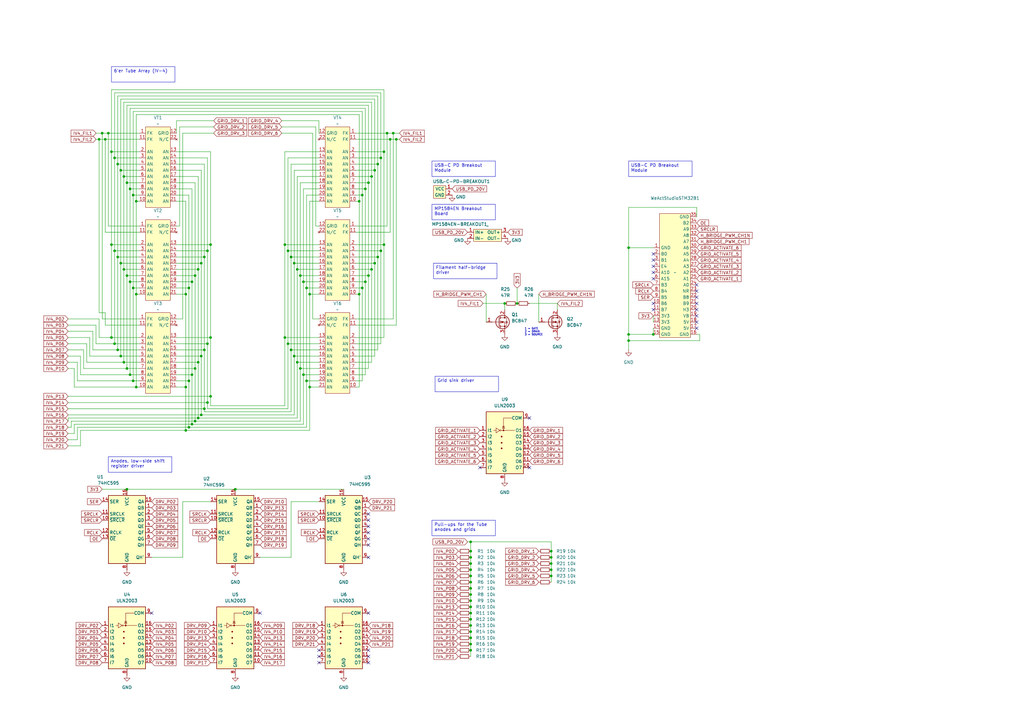
<source format=kicad_sch>
(kicad_sch (version 20250114) (generator "eeschema") (generator_version "9.0")
  (paper "A3")
  (text "1 = GATE\n2 = DRAIN\n3 = SOURCE" (at 215.138 136.144 0) (effects (font (size 0.762 0.762)) (justify left)))
  (text_box "Anodes, low-side shift register driver" (at 44.45 187.325 0) (size 26.035 6.35) (margins 0.9525 0.9525 0.9525 0.9525) (effects (font (size 1.27 1.27)) (justify left top)))
  (text_box "Grid sink driver" (at 178.435 154.305 0) (size 26.035 6.35) (margins 0.9525 0.9525 0.9525 0.9525) (effects (font (size 1.27 1.27)) (justify left top)))
  (text_box "Filament half-bridge driver" (at 177.8 107.95 0) (size 26.035 6.35) (margins 0.9525 0.9525 0.9525 0.9525) (effects (font (size 1.27 1.27)) (justify left top)))
  (text_box "MP1584EN Breakout Board" (at 177.165 83.82 0) (size 26.035 6.35) (margins 0.9525 0.9525 0.9525 0.9525) (effects (font (size 1.27 1.27)) (justify left top)))
  (text_box "USB-C PD Breakout Module" (at 257.81 66.04 0) (size 26.035 6.35) (margins 0.9525 0.9525 0.9525 0.9525) (effects (font (size 1.27 1.27)) (justify left top)))
  (text_box "Pull-ups for the Tube anodes and grids" (at 177.165 213.36 0) (size 26.035 6.35) (margins 0.9525 0.9525 0.9525 0.9525) (effects (font (size 1.27 1.27)) (justify left top)))
  (text_box "6'er Tube Array (IV-4)" (at 45.72 27.305 0) (size 26.035 6.35) (margins 0.9525 0.9525 0.9525 0.9525) (effects (font (size 1.27 1.27)) (justify left top)))
  (text_box "USB-C PD Breakout Module" (at 177.165 66.04 0) (size 26.035 6.35) (margins 0.9525 0.9525 0.9525 0.9525) (effects (font (size 1.27 1.27)) (justify left top)))
  (junction (at 52.07 151.13))
  (junction (at 54.61 80.01))
  (junction (at 153.67 69.85))
  (junction (at 77.47 118.11))
  (junction (at 55.88 82.55))
  (junction (at 226.06 228.6))
  (junction (at 156.21 64.77))
  (junction (at 85.09 140.97))
  (junction (at 48.26 143.51))
  (junction (at 127 158.75))
  (junction (at 52.07 200.66))
  (junction (at 83.82 167.64))
  (junction (at 207.01 124.46))
  (junction (at 45.72 62.23))
  (junction (at 193.04 259.08))
  (junction (at 153.67 107.95))
  (junction (at 118.11 140.97))
  (junction (at 83.82 105.41))
  (junction (at 120.65 107.95))
  (junction (at 212.09 124.46))
  (junction (at 116.84 138.43))
  (junction (at 123.19 113.03))
  (junction (at 158.75 54.61))
  (junction (at 147.32 120.65))
  (junction (at 193.04 222.25))
  (junction (at 118.11 102.87))
  (junction (at 267.97 137.16))
  (junction (at 40.64 57.15))
  (junction (at 152.4 110.49))
  (junction (at 193.04 226.06))
  (junction (at 76.2 176.53))
  (junction (at 193.04 236.22))
  (junction (at 83.82 143.51))
  (junction (at 54.61 156.21))
  (junction (at 48.26 105.41))
  (junction (at 78.74 115.57))
  (junction (at 86.36 138.43))
  (junction (at 152.4 72.39))
  (junction (at 193.04 246.38))
  (junction (at 193.04 266.7))
  (junction (at 82.55 170.18))
  (junction (at 125.73 118.11))
  (junction (at 226.06 233.68))
  (junction (at 147.32 82.55))
  (junction (at 148.59 80.01))
  (junction (at 149.86 115.57))
  (junction (at 193.04 261.62))
  (junction (at 85.09 165.1))
  (junction (at 55.88 120.65))
  (junction (at 154.94 105.41))
  (junction (at 50.8 110.49))
  (junction (at 149.86 77.47))
  (junction (at 52.07 113.03))
  (junction (at 55.88 158.75))
  (junction (at 193.04 254))
  (junction (at 78.74 173.99))
  (junction (at 257.81 139.7))
  (junction (at 124.46 115.57))
  (junction (at 53.34 153.67))
  (junction (at 86.36 162.56))
  (junction (at 46.99 140.97))
  (junction (at 80.01 172.72))
  (junction (at 82.55 146.05))
  (junction (at 81.28 110.49))
  (junction (at 45.72 100.33))
  (junction (at 119.38 105.41))
  (junction (at 257.81 101.6))
  (junction (at 82.55 107.95))
  (junction (at 50.8 72.39))
  (junction (at 161.29 54.61))
  (junction (at 81.28 148.59))
  (junction (at 53.34 115.57))
  (junction (at 86.36 100.33))
  (junction (at 156.21 102.87))
  (junction (at 85.09 102.87))
  (junction (at 151.13 113.03))
  (junction (at 125.73 156.21))
  (junction (at 81.28 171.45))
  (junction (at 76.2 120.65))
  (junction (at 151.13 74.93))
  (junction (at 193.04 231.14))
  (junction (at 80.01 113.03))
  (junction (at 119.38 143.51))
  (junction (at 53.34 77.47))
  (junction (at 49.53 146.05))
  (junction (at 54.61 118.11))
  (junction (at 45.72 138.43))
  (junction (at 193.04 233.68))
  (junction (at 226.06 231.14))
  (junction (at 121.92 110.49))
  (junction (at 127 120.65))
  (junction (at 226.06 226.06))
  (junction (at 162.56 57.15))
  (junction (at 48.26 67.31))
  (junction (at 193.04 256.54))
  (junction (at 120.65 146.05))
  (junction (at 160.02 57.15))
  (junction (at 80.01 151.13))
  (junction (at 124.46 153.67))
  (junction (at 121.92 148.59))
  (junction (at 148.59 118.11))
  (junction (at 157.48 62.23))
  (junction (at 46.99 102.87))
  (junction (at 49.53 107.95))
  (junction (at 193.04 241.3))
  (junction (at 193.04 238.76))
  (junction (at 157.48 100.33))
  (junction (at 76.2 158.75))
  (junction (at 41.91 54.61))
  (junction (at 193.04 264.16))
  (junction (at 193.04 248.92))
  (junction (at 96.52 200.66))
  (junction (at 193.04 228.6))
  (junction (at 123.19 151.13))
  (junction (at 44.45 54.61))
  (junction (at 257.81 137.16))
  (junction (at 116.84 100.33))
  (junction (at 43.18 57.15))
  (junction (at 226.06 236.22))
  (junction (at 77.47 175.26))
  (junction (at 193.04 243.84))
  (junction (at 77.47 156.21))
  (junction (at 49.53 69.85))
  (junction (at 50.8 148.59))
  (junction (at 52.07 74.93))
  (junction (at 78.74 153.67))
  (junction (at 193.04 251.46))
  (junction (at 46.99 64.77))
  (junction (at 154.94 67.31))
  (no_connect (at 151.13 220.98))
  (no_connect (at 151.13 266.7))
  (no_connect (at 130.81 266.7))
  (no_connect (at 267.97 106.68))
  (no_connect (at 151.13 210.82))
  (no_connect (at 151.13 223.52))
  (no_connect (at 196.85 191.77))
  (no_connect (at 62.23 251.46))
  (no_connect (at 285.75 132.08))
  (no_connect (at 285.75 129.54))
  (no_connect (at 267.97 109.22))
  (no_connect (at 217.17 171.45))
  (no_connect (at 285.75 127))
  (no_connect (at 151.13 271.78))
  (no_connect (at 151.13 228.6))
  (no_connect (at 285.75 116.84))
  (no_connect (at 285.75 119.38))
  (no_connect (at 285.75 134.62))
  (no_connect (at 267.97 114.3))
  (no_connect (at 151.13 218.44))
  (no_connect (at 267.97 124.46))
  (no_connect (at 151.13 213.36))
  (no_connect (at 130.81 271.78))
  (no_connect (at 267.97 111.76))
  (no_connect (at 285.75 121.92))
  (no_connect (at 151.13 251.46))
  (no_connect (at 267.97 127))
  (no_connect (at 106.68 251.46))
  (no_connect (at 217.17 191.77))
  (no_connect (at 267.97 104.14))
  (no_connect (at 151.13 215.9))
  (no_connect (at 130.81 269.24))
  (no_connect (at 285.75 124.46))
  (no_connect (at 151.13 269.24))
  (wire (pts (xy 34.29 151.13) (xy 52.07 151.13)))
  (wire (pts (xy 287.02 137.16) (xy 287.02 139.7)))
  (wire (pts (xy 30.48 158.75) (xy 55.88 158.75)))
  (wire (pts (xy 43.18 95.25) (xy 43.18 57.15)))
  (wire (pts (xy 146.05 54.61) (xy 158.75 54.61)))
  (wire (pts (xy 121.92 72.39) (xy 121.92 110.49)))
  (wire (pts (xy 193.04 243.84) (xy 193.04 241.3)))
  (wire (pts (xy 130.81 74.93) (xy 123.19 74.93)))
  (wire (pts (xy 124.46 115.57) (xy 124.46 153.67)))
  (wire (pts (xy 157.48 100.33) (xy 146.05 100.33)))
  (wire (pts (xy 46.99 102.87) (xy 57.15 102.87)))
  (wire (pts (xy 74.93 205.74) (xy 86.36 205.74)))
  (wire (pts (xy 54.61 156.21) (xy 57.15 156.21)))
  (wire (pts (xy 257.81 139.7) (xy 257.81 137.16)))
  (wire (pts (xy 220.98 120.65) (xy 220.98 132.08)))
  (wire (pts (xy 31.75 156.21) (xy 54.61 156.21)))
  (wire (pts (xy 43.18 57.15) (xy 57.15 57.15)))
  (wire (pts (xy 39.37 133.35) (xy 39.37 140.97)))
  (wire (pts (xy 43.18 133.35) (xy 43.18 128.27)))
  (wire (pts (xy 50.8 41.91) (xy 152.4 41.91)))
  (wire (pts (xy 116.84 100.33) (xy 116.84 62.23)))
  (wire (pts (xy 82.55 107.95) (xy 82.55 146.05)))
  (wire (pts (xy 118.11 140.97) (xy 118.11 102.87)))
  (wire (pts (xy 267.97 134.62) (xy 267.97 137.16)))
  (wire (pts (xy 52.07 43.18) (xy 151.13 43.18)))
  (wire (pts (xy 198.12 124.46) (xy 207.01 124.46)))
  (wire (pts (xy 81.28 148.59) (xy 81.28 171.45)))
  (wire (pts (xy 52.07 200.66) (xy 96.52 200.66)))
  (wire (pts (xy 48.26 143.51) (xy 57.15 143.51)))
  (wire (pts (xy 226.06 226.06) (xy 226.06 222.25)))
  (wire (pts (xy 27.94 165.1) (xy 85.09 165.1)))
  (wire (pts (xy 119.38 143.51) (xy 130.81 143.51)))
  (wire (pts (xy 72.39 105.41) (xy 83.82 105.41)))
  (wire (pts (xy 161.29 130.81) (xy 161.29 54.61)))
  (wire (pts (xy 118.11 140.97) (xy 130.81 140.97)))
  (wire (pts (xy 72.39 69.85) (xy 82.55 69.85)))
  (wire (pts (xy 72.39 64.77) (xy 85.09 64.77)))
  (wire (pts (xy 125.73 156.21) (xy 125.73 175.26)))
  (wire (pts (xy 57.15 92.71) (xy 44.45 92.71)))
  (wire (pts (xy 57.15 115.57) (xy 53.34 115.57)))
  (wire (pts (xy 34.29 143.51) (xy 34.29 151.13)))
  (wire (pts (xy 27.94 170.18) (xy 82.55 170.18)))
  (wire (pts (xy 157.48 62.23) (xy 157.48 100.33)))
  (wire (pts (xy 46.99 64.77) (xy 46.99 102.87)))
  (wire (pts (xy 152.4 110.49) (xy 152.4 148.59)))
  (wire (pts (xy 41.91 130.81) (xy 41.91 54.61)))
  (wire (pts (xy 121.92 110.49) (xy 130.81 110.49)))
  (wire (pts (xy 151.13 43.18) (xy 151.13 74.93)))
  (wire (pts (xy 267.97 129.54) (xy 267.97 132.08)))
  (wire (pts (xy 285.75 137.16) (xy 287.02 137.16)))
  (wire (pts (xy 193.04 269.24) (xy 193.04 266.7)))
  (wire (pts (xy 57.15 140.97) (xy 46.99 140.97)))
  (wire (pts (xy 124.46 153.67) (xy 130.81 153.67)))
  (wire (pts (xy 125.73 118.11) (xy 130.81 118.11)))
  (wire (pts (xy 149.86 153.67) (xy 146.05 153.67)))
  (wire (pts (xy 77.47 175.26) (xy 125.73 175.26)))
  (wire (pts (xy 156.21 38.1) (xy 156.21 64.77)))
  (wire (pts (xy 158.75 92.71) (xy 158.75 54.61)))
  (wire (pts (xy 78.74 173.99) (xy 124.46 173.99)))
  (wire (pts (xy 115.57 52.07) (xy 129.54 52.07)))
  (wire (pts (xy 27.94 175.26) (xy 29.21 175.26)))
  (wire (pts (xy 147.32 82.55) (xy 147.32 120.65)))
  (wire (pts (xy 119.38 105.41) (xy 130.81 105.41)))
  (wire (pts (xy 154.94 105.41) (xy 146.05 105.41)))
  (wire (pts (xy 81.28 148.59) (xy 72.39 148.59)))
  (wire (pts (xy 53.34 44.45) (xy 149.86 44.45)))
  (wire (pts (xy 85.09 102.87) (xy 85.09 140.97)))
  (wire (pts (xy 48.26 105.41) (xy 48.26 143.51)))
  (wire (pts (xy 76.2 176.53) (xy 33.02 176.53)))
  (wire (pts (xy 160.02 95.25) (xy 160.02 57.15)))
  (wire (pts (xy 124.46 115.57) (xy 130.81 115.57)))
  (wire (pts (xy 130.81 77.47) (xy 124.46 77.47)))
  (wire (pts (xy 123.19 151.13) (xy 130.81 151.13)))
  (wire (pts (xy 27.94 133.35) (xy 39.37 133.35)))
  (wire (pts (xy 125.73 156.21) (xy 130.81 156.21)))
  (wire (pts (xy 62.23 228.6) (xy 74.93 228.6)))
  (wire (pts (xy 36.83 146.05) (xy 49.53 146.05)))
  (wire (pts (xy 74.93 54.61) (xy 74.93 130.81)))
  (wire (pts (xy 193.04 248.92) (xy 193.04 246.38)))
  (wire (pts (xy 80.01 172.72) (xy 123.19 172.72)))
  (wire (pts (xy 152.4 72.39) (xy 152.4 110.49)))
  (wire (pts (xy 55.88 120.65) (xy 55.88 158.75)))
  (wire (pts (xy 116.84 138.43) (xy 116.84 166.37)))
  (wire (pts (xy 157.48 36.83) (xy 157.48 62.23)))
  (wire (pts (xy 148.59 118.11) (xy 148.59 156.21)))
  (wire (pts (xy 57.15 158.75) (xy 55.88 158.75)))
  (wire (pts (xy 82.55 146.05) (xy 82.55 170.18)))
  (wire (pts (xy 127 120.65) (xy 130.81 120.65)))
  (wire (pts (xy 78.74 153.67) (xy 78.74 173.99)))
  (wire (pts (xy 48.26 39.37) (xy 48.26 67.31)))
  (wire (pts (xy 27.94 143.51) (xy 34.29 143.51)))
  (wire (pts (xy 85.09 140.97) (xy 72.39 140.97)))
  (wire (pts (xy 193.04 256.54) (xy 193.04 254)))
  (wire (pts (xy 125.73 80.01) (xy 125.73 118.11)))
  (wire (pts (xy 33.02 153.67) (xy 53.34 153.67)))
  (wire (pts (xy 27.94 138.43) (xy 36.83 138.43)))
  (wire (pts (xy 76.2 120.65) (xy 76.2 158.75)))
  (wire (pts (xy 83.82 168.91) (xy 119.38 168.91)))
  (wire (pts (xy 156.21 140.97) (xy 146.05 140.97)))
  (wire (pts (xy 193.04 259.08) (xy 193.04 256.54)))
  (wire (pts (xy 153.67 40.64) (xy 153.67 69.85)))
  (wire (pts (xy 86.36 100.33) (xy 72.39 100.33)))
  (wire (pts (xy 226.06 236.22) (xy 226.06 233.68)))
  (wire (pts (xy 39.37 140.97) (xy 46.99 140.97)))
  (wire (pts (xy 127 120.65) (xy 127 158.75)))
  (wire (pts (xy 72.39 115.57) (xy 78.74 115.57)))
  (wire (pts (xy 72.39 158.75) (xy 76.2 158.75)))
  (wire (pts (xy 152.4 110.49) (xy 146.05 110.49)))
  (wire (pts (xy 285.75 88.9) (xy 285.75 85.09)))
  (wire (pts (xy 27.94 167.64) (xy 83.82 167.64)))
  (wire (pts (xy 48.26 105.41) (xy 48.26 67.31)))
  (wire (pts (xy 118.11 64.77) (xy 130.81 64.77)))
  (wire (pts (xy 119.38 67.31) (xy 130.81 67.31)))
  (wire (pts (xy 72.39 82.55) (xy 76.2 82.55)))
  (wire (pts (xy 154.94 67.31) (xy 146.05 67.31)))
  (wire (pts (xy 123.19 74.93) (xy 123.19 113.03)))
  (wire (pts (xy 86.36 162.56) (xy 86.36 166.37)))
  (wire (pts (xy 49.53 40.64) (xy 49.53 69.85)))
  (wire (pts (xy 85.09 167.64) (xy 118.11 167.64)))
  (wire (pts (xy 76.2 82.55) (xy 76.2 120.65)))
  (wire (pts (xy 154.94 39.37) (xy 154.94 67.31)))
  (wire (pts (xy 193.04 236.22) (xy 193.04 233.68)))
  (wire (pts (xy 193.04 266.7) (xy 193.04 264.16)))
  (wire (pts (xy 81.28 171.45) (xy 27.94 171.45)))
  (wire (pts (xy 226.06 231.14) (xy 226.06 228.6)))
  (wire (pts (xy 55.88 46.99) (xy 55.88 82.55)))
  (wire (pts (xy 147.32 120.65) (xy 146.05 120.65)))
  (wire (pts (xy 115.57 49.53) (xy 130.81 49.53)))
  (wire (pts (xy 120.65 146.05) (xy 120.65 170.18)))
  (wire (pts (xy 27.94 180.34) (xy 31.75 180.34)))
  (wire (pts (xy 27.94 151.13) (xy 30.48 151.13)))
  (wire (pts (xy 130.81 158.75) (xy 127 158.75)))
  (wire (pts (xy 149.86 77.47) (xy 149.86 44.45)))
  (wire (pts (xy 116.84 62.23) (xy 130.81 62.23)))
  (wire (pts (xy 193.04 233.68) (xy 193.04 231.14)))
  (wire (pts (xy 72.39 102.87) (xy 85.09 102.87)))
  (wire (pts (xy 43.18 128.27) (xy 40.64 128.27)))
  (wire (pts (xy 83.82 143.51) (xy 83.82 167.64)))
  (wire (pts (xy 193.04 238.76) (xy 193.04 236.22)))
  (wire (pts (xy 106.68 228.6) (xy 119.38 228.6)))
  (wire (pts (xy 27.94 148.59) (xy 31.75 148.59)))
  (wire (pts (xy 148.59 118.11) (xy 146.05 118.11)))
  (wire (pts (xy 49.53 107.95) (xy 49.53 146.05)))
  (wire (pts (xy 87.63 52.07) (xy 73.66 52.07)))
  (wire (pts (xy 119.38 143.51) (xy 119.38 168.91)))
  (wire (pts (xy 207.01 124.46) (xy 207.01 127)))
  (wire (pts (xy 121.92 148.59) (xy 130.81 148.59)))
  (wire (pts (xy 46.99 38.1) (xy 46.99 64.77)))
  (wire (pts (xy 146.05 77.47) (xy 149.86 77.47)))
  (wire (pts (xy 160.02 57.15) (xy 162.56 57.15)))
  (wire (pts (xy 285.75 85.09) (xy 257.81 85.09)))
  (wire (pts (xy 80.01 113.03) (xy 80.01 151.13)))
  (wire (pts (xy 73.66 52.07) (xy 73.66 92.71)))
  (wire (pts (xy 52.07 74.93) (xy 57.15 74.93)))
  (wire (pts (xy 257.81 139.7) (xy 287.02 139.7)))
  (wire (pts (xy 191.77 222.25) (xy 193.04 222.25)))
  (wire (pts (xy 83.82 67.31) (xy 83.82 105.41)))
  (wire (pts (xy 86.36 138.43) (xy 86.36 162.56)))
  (wire (pts (xy 127 82.55) (xy 130.81 82.55)))
  (wire (pts (xy 40.64 130.81) (xy 40.64 138.43)))
  (wire (pts (xy 49.53 69.85) (xy 49.53 107.95)))
  (wire (pts (xy 127 120.65) (xy 127 82.55)))
  (wire (pts (xy 199.39 120.65) (xy 199.39 132.08)))
  (wire (pts (xy 128.27 130.81) (xy 130.81 130.81)))
  (wire (pts (xy 129.54 92.71) (xy 130.81 92.71)))
  (wire (pts (xy 57.15 105.41) (xy 48.26 105.41)))
  (wire (pts (xy 33.02 146.05) (xy 33.02 153.67)))
  (wire (pts (xy 33.02 176.53) (xy 33.02 182.88)))
  (wire (pts (xy 124.46 153.67) (xy 124.46 173.99)))
  (wire (pts (xy 53.34 115.57) (xy 53.34 77.47)))
  (wire (pts (xy 153.67 107.95) (xy 146.05 107.95)))
  (wire (pts (xy 57.15 67.31) (xy 48.26 67.31)))
  (wire (pts (xy 78.74 173.99) (xy 30.48 173.99)))
  (wire (pts (xy 120.65 107.95) (xy 130.81 107.95)))
  (wire (pts (xy 72.39 62.23) (xy 86.36 62.23)))
  (wire (pts (xy 40.64 138.43) (xy 45.72 138.43)))
  (wire (pts (xy 119.38 143.51) (xy 119.38 105.41)))
  (wire (pts (xy 226.06 228.6) (xy 226.06 226.06)))
  (wire (pts (xy 77.47 118.11) (xy 77.47 156.21)))
  (wire (pts (xy 50.8 110.49) (xy 50.8 148.59)))
  (wire (pts (xy 45.72 100.33) (xy 45.72 138.43)))
  (wire (pts (xy 55.88 120.65) (xy 57.15 120.65)))
  (wire (pts (xy 35.56 140.97) (xy 35.56 148.59)))
  (wire (pts (xy 45.72 62.23) (xy 45.72 100.33)))
  (wire (pts (xy 118.11 102.87) (xy 130.81 102.87)))
  (wire (pts (xy 120.65 146.05) (xy 120.65 107.95)))
  (wire (pts (xy 54.61 45.72) (xy 148.59 45.72)))
  (wire (pts (xy 162.56 57.15) (xy 163.83 57.15)))
  (wire (pts (xy 57.15 64.77) (xy 46.99 64.77)))
  (wire (pts (xy 193.04 226.06) (xy 193.04 222.25)))
  (wire (pts (xy 158.75 54.61) (xy 161.29 54.61)))
  (wire (pts (xy 38.1 135.89) (xy 38.1 143.51)))
  (wire (pts (xy 27.94 135.89) (xy 38.1 135.89)))
  (wire (pts (xy 73.66 92.71) (xy 72.39 92.71)))
  (wire (pts (xy 87.63 49.53) (xy 72.39 49.53)))
  (wire (pts (xy 123.19 113.03) (xy 123.19 151.13)))
  (wire (pts (xy 119.38 205.74) (xy 130.81 205.74)))
  (wire (pts (xy 78.74 153.67) (xy 72.39 153.67)))
  (wire (pts (xy 29.21 175.26) (xy 29.21 172.72)))
  (wire (pts (xy 81.28 110.49) (xy 81.28 148.59)))
  (wire (pts (xy 80.01 74.93) (xy 80.01 113.03)))
  (wire (pts (xy 86.36 100.33) (xy 86.36 138.43)))
  (wire (pts (xy 72.39 49.53) (xy 72.39 54.61)))
  (wire (pts (xy 29.21 172.72) (xy 80.01 172.72)))
  (wire (pts (xy 226.06 238.76) (xy 226.06 236.22)))
  (wire (pts (xy 76.2 158.75) (xy 76.2 176.53)))
  (wire (pts (xy 72.39 138.43) (xy 86.36 138.43)))
  (wire (pts (xy 153.67 69.85) (xy 153.67 107.95)))
  (wire (pts (xy 41.91 200.66) (xy 52.07 200.66)))
  (wire (pts (xy 44.45 54.61) (xy 57.15 54.61)))
  (wire (pts (xy 55.88 82.55) (xy 55.88 120.65)))
  (wire (pts (xy 45.72 100.33) (xy 57.15 100.33)))
  (wire (pts (xy 72.39 67.31) (xy 83.82 67.31)))
  (wire (pts (xy 77.47 80.01) (xy 77.47 118.11)))
  (wire (pts (xy 193.04 261.62) (xy 193.04 259.08)))
  (wire (pts (xy 120.65 146.05) (xy 130.81 146.05)))
  (wire (pts (xy 40.64 57.15) (xy 43.18 57.15)))
  (wire (pts (xy 54.61 45.72) (xy 54.61 80.01)))
  (wire (pts (xy 83.82 167.64) (xy 83.82 168.91)))
  (wire (pts (xy 257.81 101.6) (xy 267.97 101.6)))
  (wire (pts (xy 151.13 113.03) (xy 146.05 113.03)))
  (wire (pts (xy 130.81 80.01) (xy 125.73 80.01)))
  (wire (pts (xy 78.74 115.57) (xy 78.74 153.67)))
  (wire (pts (xy 146.05 80.01) (xy 148.59 80.01)))
  (wire (pts (xy 153.67 69.85) (xy 146.05 69.85)))
  (wire (pts (xy 57.15 107.95) (xy 49.53 107.95)))
  (wire (pts (xy 162.56 133.35) (xy 162.56 57.15)))
  (wire (pts (xy 257.81 85.09) (xy 257.81 101.6)))
  (wire (pts (xy 46.99 38.1) (xy 156.21 38.1)))
  (wire (pts (xy 193.04 264.16) (xy 193.04 261.62)))
  (wire (pts (xy 149.86 77.47) (xy 149.86 115.57)))
  (wire (pts (xy 153.67 107.95) (xy 153.67 146.05)))
  (wire (pts (xy 46.99 102.87) (xy 46.99 140.97)))
  (wire (pts (xy 121.92 110.49) (xy 121.92 148.59)))
  (wire (pts (xy 149.86 115.57) (xy 149.86 153.67)))
  (wire (pts (xy 50.8 148.59) (xy 57.15 148.59)))
  (wire (pts (xy 156.21 64.77) (xy 156.21 102.87)))
  (wire (pts (xy 27.94 182.88) (xy 33.02 182.88)))
  (wire (pts (xy 83.82 143.51) (xy 72.39 143.51)))
  (wire (pts (xy 193.04 228.6) (xy 193.04 226.06)))
  (wire (pts (xy 72.39 113.03) (xy 80.01 113.03)))
  (wire (pts (xy 77.47 156.21) (xy 72.39 156.21)))
  (wire (pts (xy 151.13 151.13) (xy 146.05 151.13)))
  (wire (pts (xy 53.34 153.67) (xy 57.15 153.67)))
  (wire (pts (xy 50.8 41.91) (xy 50.8 72.39)))
  (wire (pts (xy 154.94 67.31) (xy 154.94 105.41)))
  (wire (pts (xy 81.28 110.49) (xy 72.39 110.49)))
  (wire (pts (xy 130.81 49.53) (xy 130.81 54.61)))
  (wire (pts (xy 44.45 54.61) (xy 44.45 92.71)))
  (wire (pts (xy 193.04 222.25) (xy 226.06 222.25)))
  (wire (pts (xy 52.07 151.13) (xy 57.15 151.13)))
  (wire (pts (xy 154.94 143.51) (xy 146.05 143.51)))
  (wire (pts (xy 127 158.75) (xy 127 176.53)))
  (wire (pts (xy 72.39 77.47) (xy 78.74 77.47)))
  (wire (pts (xy 116.84 138.43) (xy 116.84 100.33)))
  (wire (pts (xy 76.2 176.53) (xy 127 176.53)))
  (wire (pts (xy 146.05 95.25) (xy 160.02 95.25)))
  (wire (pts (xy 226.06 233.68) (xy 226.06 231.14)))
  (wire (pts (xy 193.04 231.14) (xy 193.04 228.6)))
  (wire (pts (xy 57.15 62.23) (xy 45.72 62.23)))
  (wire (pts (xy 57.15 95.25) (xy 43.18 95.25)))
  (wire (pts (xy 54.61 118.11) (xy 54.61 156.21)))
  (wire (pts (xy 31.75 180.34) (xy 31.75 175.26)))
  (wire (pts (xy 130.81 72.39) (xy 121.92 72.39)))
  (wire (pts (xy 161.29 54.61) (xy 163.83 54.61)))
  (wire (pts (xy 152.4 41.91) (xy 152.4 72.39)))
  (wire (pts (xy 123.19 113.03) (xy 130.81 113.03)))
  (wire (pts (xy 74.93 228.6) (xy 74.93 205.74)))
  (wire (pts (xy 53.34 44.45) (xy 53.34 77.47)))
  (wire (pts (xy 147.32 120.65) (xy 147.32 158.75)))
  (wire (pts (xy 52.07 113.03) (xy 57.15 113.03)))
  (wire (pts (xy 36.83 138.43) (xy 36.83 146.05)))
  (wire (pts (xy 154.94 105.41) (xy 154.94 143.51)))
  (wire (pts (xy 157.48 138.43) (xy 146.05 138.43)))
  (wire (pts (xy 85.09 140.97) (xy 85.09 165.1)))
  (wire (pts (xy 85.09 64.77) (xy 85.09 102.87)))
  (wire (pts (xy 153.67 146.05) (xy 146.05 146.05)))
  (wire (pts (xy 129.54 52.07) (xy 129.54 92.71)))
  (wire (pts (xy 77.47 156.21) (xy 77.47 175.26)))
  (wire (pts (xy 57.15 82.55) (xy 55.88 82.55)))
  (wire (pts (xy 125.73 118.11) (xy 125.73 156.21)))
  (wire (pts (xy 50.8 72.39) (xy 50.8 110.49)))
  (wire (pts (xy 157.48 100.33) (xy 157.48 138.43)))
  (wire (pts (xy 81.28 171.45) (xy 121.92 171.45)))
  (wire (pts (xy 72.39 74.93) (xy 80.01 74.93)))
  (wire (pts (xy 149.86 115.57) (xy 146.05 115.57)))
  (wire (pts (xy 57.15 130.81) (xy 41.91 130.81)))
  (wire (pts (xy 156.21 102.87) (xy 156.21 140.97)))
  (wire (pts (xy 147.32 46.99) (xy 147.32 82.55)))
  (wire (pts (xy 124.46 77.47) (xy 124.46 115.57)))
  (wire (pts (xy 52.07 74.93) (xy 52.07 113.03)))
  (wire (pts (xy 152.4 72.39) (xy 146.05 72.39)))
  (wire (pts (xy 35.56 148.59) (xy 50.8 148.59)))
  (wire (pts (xy 156.21 102.87) (xy 146.05 102.87)))
  (wire (pts (xy 30.48 173.99) (xy 30.48 177.8)))
  (wire (pts (xy 54.61 80.01) (xy 57.15 80.01)))
  (wire (pts (xy 193.04 254) (xy 193.04 251.46)))
  (wire (pts (xy 30.48 151.13) (xy 30.48 158.75)))
  (wire (pts (xy 54.61 80.01) (xy 54.61 118.11)))
  (wire (pts (xy 115.57 54.61) (xy 128.27 54.61)))
  (wire (pts (xy 52.07 113.03) (xy 52.07 151.13)))
  (wire (pts (xy 80.01 151.13) (xy 80.01 172.72)))
  (wire (pts (xy 27.94 140.97) (xy 35.56 140.97)))
  (wire (pts (xy 87.63 54.61) (xy 74.93 54.61)))
  (wire (pts (xy 193.04 241.3) (xy 193.04 238.76)))
  (wire (pts (xy 212.09 118.11) (xy 212.09 124.46)))
  (wire (pts (xy 72.39 80.01) (xy 77.47 80.01)))
  (wire (pts (xy 123.19 151.13) (xy 123.19 172.72)))
  (wire (pts (xy 49.53 40.64) (xy 153.67 40.64)))
  (wire (pts (xy 152.4 148.59) (xy 146.05 148.59)))
  (wire (pts (xy 156.21 64.77) (xy 146.05 64.77)))
  (wire (pts (xy 57.15 110.49) (xy 50.8 110.49)))
  (wire (pts (xy 57.15 146.05) (xy 49.53 146.05)))
  (wire (pts (xy 267.97 137.16) (xy 257.81 137.16)))
  (wire (pts (xy 57.15 133.35) (xy 43.18 133.35)))
  (wire (pts (xy 140.97 200.66) (xy 96.52 200.66)))
  (wire (pts (xy 27.94 146.05) (xy 33.02 146.05)))
  (wire (pts (xy 217.17 124.46) (xy 228.6 124.46)))
  (wire (pts (xy 116.84 138.43) (xy 130.81 138.43)))
  (wire (pts (xy 27.94 177.8) (xy 30.48 177.8)))
  (wire (pts (xy 228.6 124.46) (xy 228.6 127)))
  (wire (pts (xy 39.37 57.15) (xy 40.64 57.15)))
  (wire (pts (xy 38.1 143.51) (xy 48.26 143.51)))
  (wire (pts (xy 146.05 130.81) (xy 161.29 130.81)))
  (wire (pts (xy 120.65 69.85) (xy 130.81 69.85)))
  (wire (pts (xy 74.93 130.81) (xy 72.39 130.81)))
  (wire (pts (xy 78.74 77.47) (xy 78.74 115.57)))
  (wire (pts (xy 31.75 148.59) (xy 31.75 156.21)))
  (wire (pts (xy 27.94 162.56) (xy 86.36 162.56)))
  (wire (pts (xy 157.48 62.23) (xy 146.05 62.23)))
  (wire (pts (xy 55.88 46.99) (xy 147.32 46.99)))
  (wire (pts (xy 82.55 170.18) (xy 120.65 170.18)))
  (wire (pts (xy 76.2 120.65) (xy 72.39 120.65)))
  (wire (pts (xy 120.65 107.95) (xy 120.65 69.85)))
  (wire (pts (xy 53.34 115.57) (xy 53.34 153.67)))
  (wire (pts (xy 57.15 118.11) (xy 54.61 118.11)))
  (wire (pts (xy 80.01 151.13) (xy 72.39 151.13)))
  (wire (pts (xy 257.81 143.51) (xy 257.81 139.7)))
  (wire (pts (xy 40.64 57.15) (xy 40.64 128.27)))
  (wire (pts (xy 151.13 74.93) (xy 146.05 74.93)))
  (wire (pts (xy 83.82 105.41) (xy 83.82 143.51)))
  (wire (pts (xy 146.05 57.15) (xy 160.02 57.15)))
  (wire (pts (xy 148.59 80.01) (xy 148.59 118.11)))
  (wire (pts (xy 193.04 251.46) (xy 193.04 248.92)))
  (wire (pts (xy 86.36 62.23) (xy 86.36 100.33)))
  (wire (pts (xy 52.07 43.18) (xy 52.07 74.93)))
  (wire (pts (xy 146.05 133.35) (xy 162.56 133.35)))
  (wire (pts (xy 45.72 62.23) (xy 45.72 36.83)))
  (wire (pts (xy 45.72 138.43) (xy 57.15 138.43)))
  (wire (pts (xy 118.11 140.97) (xy 118.11 167.64)))
  (wire (pts (xy 193.04 246.38) (xy 193.04 243.84)))
  (wire (pts (xy 81.28 72.39) (xy 81.28 110.49)))
  (wire (pts (xy 45.72 36.83) (xy 157.48 36.83)))
  (wire (pts (xy 257.81 137.16) (xy 257.81 101.6)))
  (wire (pts (xy 82.55 107.95) (xy 72.39 107.95)))
  (wire (pts (xy 148.59 45.72) (xy 148.59 80.01)))
  (wire (pts (xy 82.55 146.05) (xy 72.39 146.05)))
  (wire (pts (xy 27.94 130.81) (xy 40.64 130.81)))
  (wire (pts (xy 121.92 148.59) (xy 121.92 171.45)))
  (wire (pts (xy 128.27 54.61) (xy 128.27 130.81)))
  (wire (pts (xy 41.91 54.61) (xy 44.45 54.61)))
  (wire (pts (xy 116.84 100.33) (xy 130.81 100.33)))
  (wire (pts (xy 119.38 105.41) (xy 119.38 67.31)))
  (wire (pts (xy 57.15 69.85) (xy 49.53 69.85)))
  (wire (pts (xy 72.39 118.11) (xy 77.47 118.11)))
  (wire (pts (xy 147.32 82.55) (xy 146.05 82.55)))
  (wire (pts (xy 53.34 77.47) (xy 57.15 77.47)))
  (wire (pts (xy 85.09 165.1) (xy 85.09 167.64)))
  (wire (pts (xy 72.39 72.39) (xy 81.28 72.39)))
  (wire (pts (xy 119.38 228.6) (xy 119.38 205.74)))
  (wire (pts (xy 31.75 175.26) (xy 77.47 175.26)))
  (wire (pts (xy 151.13 74.93) (xy 151.13 113.03)))
  (wire (pts (xy 27.94 171.45) (xy 27.94 172.72)))
  (wire (pts (xy 151.13 113.03) (xy 151.13 151.13)))
  (wire (pts (xy 148.59 156.21) (xy 146.05 156.21)))
  (wire (pts (xy 147.32 158.75) (xy 146.05 158.75)))
  (wire (pts (xy 57.15 72.39) (xy 50.8 72.39)))
  (wire (pts (xy 48.26 39.37) (xy 154.94 39.37)))
  (wire (pts (xy 39.37 54.61) (xy 41.91 54.61)))
  (wire (pts (xy 82.55 69.85) (xy 82.55 107.95)))
  (wire (pts (xy 146.05 92.71) (xy 158.75 92.71)))
  (wire (pts (xy 86.36 166.37) (xy 116.84 166.37)))
  (wire (pts (xy 118.11 102.87) (xy 118.11 64.77)))
  (global_label "IV4_P13" (shape input) (at 187.96 248.92 180) (property "Intersheetrefs" "${INTERSHEET_REFS}" (effects (hide yes))))
  (global_label "DRV_P15" (shape input) (at 86.36 266.7 180) (property "Intersheetrefs" "${INTERSHEET_REFS}" (effects (hide yes))))
  (global_label "IV4_P03" (shape input) (at 62.23 259.08 0) (property "Intersheetrefs" "${INTERSHEET_REFS}" (effects (hide yes))))
  (global_label "RCLK" (shape input) (at 41.91 218.44 180) (property "Intersheetrefs" "${INTERSHEET_REFS}" (effects (hide yes))))
  (global_label "IV4_P07" (shape input) (at 187.96 238.76 180) (property "Intersheetrefs" "${INTERSHEET_REFS}" (effects (hide yes))))
  (global_label "IV4_P05" (shape input) (at 27.94 138.43 180) (property "Intersheetrefs" "${INTERSHEET_REFS}" (effects (hide yes))))
  (global_label "H_BRIDGE_PWM_CH1N" (shape input) (at 220.98 120.65 0) (property "Intersheetrefs" "${INTERSHEET_REFS}" (effects (hide yes))))
  (global_label "DRV_P03" (shape input) (at 62.23 208.28 0) (property "Intersheetrefs" "${INTERSHEET_REFS}" (effects (hide yes))))
  (global_label "OE" (shape input) (at 41.91 220.98 180) (property "Intersheetrefs" "${INTERSHEET_REFS}" (effects (hide yes))))
  (global_label "IV4_P21" (shape input) (at 151.13 264.16 0) (property "Intersheetrefs" "${INTERSHEET_REFS}" (effects (hide yes))))
  (global_label "GRID_DRV_4" (shape input) (at 115.57 49.53 180) (property "Intersheetrefs" "${INTERSHEET_REFS}" (effects (hide yes))))
  (global_label "IV4_P15" (shape input) (at 106.68 266.7 0) (property "Intersheetrefs" "${INTERSHEET_REFS}" (effects (hide yes))))
  (global_label "IV4_P06" (shape input) (at 27.94 140.97 180) (property "Intersheetrefs" "${INTERSHEET_REFS}" (effects (hide yes))))
  (global_label "IV4_P10" (shape input) (at 27.94 151.13 180) (property "Intersheetrefs" "${INTERSHEET_REFS}" (effects (hide yes))))
  (global_label "RCLK" (shape input) (at 86.36 218.44 180) (property "Intersheetrefs" "${INTERSHEET_REFS}" (effects (hide yes))))
  (global_label "IV4_P21" (shape input) (at 187.96 269.24 180) (property "Intersheetrefs" "${INTERSHEET_REFS}" (effects (hide yes))))
  (global_label "H_BRIDGE_PWM_CH1" (shape input) (at 199.39 120.65 180) (property "Intersheetrefs" "${INTERSHEET_REFS}" (effects (hide yes))))
  (global_label "DRV_P21" (shape input) (at 151.13 208.28 0) (property "Intersheetrefs" "${INTERSHEET_REFS}" (effects (hide yes))))
  (global_label "GRID_ACTIVATE_3" (shape input) (at 196.85 181.61 180) (property "Intersheetrefs" "${INTERSHEET_REFS}" (effects (hide yes))))
  (global_label "IV4_P18" (shape input) (at 151.13 256.54 0) (property "Intersheetrefs" "${INTERSHEET_REFS}" (effects (hide yes))))
  (global_label "SRCLR" (shape input) (at 41.91 213.36 180) (property "Intersheetrefs" "${INTERSHEET_REFS}" (effects (hide yes))))
  (global_label "H_BRIDGE_PWM_CH1" (shape input) (at 285.75 99.06 0) (property "Intersheetrefs" "${INTERSHEET_REFS}" (effects (hide yes))))
  (global_label "IV4_P20" (shape input) (at 187.96 266.7 180) (property "Intersheetrefs" "${INTERSHEET_REFS}" (effects (hide yes))))
  (global_label "GRID_DRV_6" (shape input) (at 115.57 54.61 180) (property "Intersheetrefs" "${INTERSHEET_REFS}" (effects (hide yes))))
  (global_label "GRID_ACTIVATE_1" (shape input) (at 196.85 176.53 180) (property "Intersheetrefs" "${INTERSHEET_REFS}" (effects (hide yes))))
  (global_label "GRID_DRV_4" (shape input) (at 217.17 184.15 0) (property "Intersheetrefs" "${INTERSHEET_REFS}" (effects (hide yes))))
  (global_label "IV4_P18" (shape input) (at 27.94 175.26 180) (property "Intersheetrefs" "${INTERSHEET_REFS}" (effects (hide yes))))
  (global_label "GRID_DRV_3" (shape input) (at 217.17 181.61 0) (property "Intersheetrefs" "${INTERSHEET_REFS}" (effects (hide yes))))
  (global_label "IV4_P02" (shape input) (at 27.94 130.81 180) (property "Intersheetrefs" "${INTERSHEET_REFS}" (effects (hide yes))))
  (global_label "IV4_P13" (shape input) (at 27.94 162.56 180) (property "Intersheetrefs" "${INTERSHEET_REFS}" (effects (hide yes))))
  (global_label "IV4_P17" (shape input) (at 27.94 172.72 180) (property "Intersheetrefs" "${INTERSHEET_REFS}" (effects (hide yes))))
  (global_label "3V3" (shape input) (at 208.28 95.25 0) (property "Intersheetrefs" "${INTERSHEET_REFS}" (effects (hide yes))))
  (global_label "GRID_ACTIVATE_4" (shape input) (at 285.75 106.68 0) (property "Intersheetrefs" "${INTERSHEET_REFS}" (effects (hide yes))))
  (global_label "RCLK" (shape input) (at 267.97 119.38 180) (property "Intersheetrefs" "${INTERSHEET_REFS}" (effects (hide yes))))
  (global_label "GRID_ACTIVATE_5" (shape input) (at 285.75 104.14 0) (property "Intersheetrefs" "${INTERSHEET_REFS}" (effects (hide yes))))
  (global_label "IV4_P03" (shape input) (at 187.96 228.6 180) (property "Intersheetrefs" "${INTERSHEET_REFS}" (effects (hide yes))))
  (global_label "GRID_DRV_5" (shape input) (at 220.98 236.22 180) (property "Intersheetrefs" "${INTERSHEET_REFS}" (effects (hide yes))))
  (global_label "DRV_P09" (shape input) (at 86.36 256.54 180) (property "Intersheetrefs" "${INTERSHEET_REFS}" (effects (hide yes))))
  (global_label "IV4_P14" (shape input) (at 27.94 165.1 180) (property "Intersheetrefs" "${INTERSHEET_REFS}" (effects (hide yes))))
  (global_label "DRV_P21" (shape input) (at 130.81 264.16 180) (property "Intersheetrefs" "${INTERSHEET_REFS}" (effects (hide yes))))
  (global_label "OE" (shape input) (at 130.81 220.98 180) (property "Intersheetrefs" "${INTERSHEET_REFS}" (effects (hide yes))))
  (global_label "DRV_P17" (shape input) (at 106.68 218.44 0) (property "Intersheetrefs" "${INTERSHEET_REFS}" (effects (hide yes))))
  (global_label "3V3" (shape input) (at 41.91 200.66 180) (property "Intersheetrefs" "${INTERSHEET_REFS}" (effects (hide yes))))
  (global_label "IV4_FIL2" (shape input) (at 228.6 124.46 0) (property "Intersheetrefs" "${INTERSHEET_REFS}" (effects (hide yes))))
  (global_label "GRID_DRV_6" (shape input) (at 220.98 238.76 180) (property "Intersheetrefs" "${INTERSHEET_REFS}" (effects (hide yes))))
  (global_label "IV4_P19" (shape input) (at 151.13 259.08 0) (property "Intersheetrefs" "${INTERSHEET_REFS}" (effects (hide yes))))
  (global_label "GRID_DRV_2" (shape input) (at 87.63 52.07 0) (property "Intersheetrefs" "${INTERSHEET_REFS}" (effects (hide yes))))
  (global_label "IV4_FIL1" (shape input) (at 163.83 54.61 0) (property "Intersheetrefs" "${INTERSHEET_REFS}" (effects (hide yes))))
  (global_label "IV4_P10" (shape input) (at 106.68 259.08 0) (property "Intersheetrefs" "${INTERSHEET_REFS}" (effects (hide yes))))
  (global_label "DRV_P16" (shape input) (at 86.36 269.24 180) (property "Intersheetrefs" "${INTERSHEET_REFS}" (effects (hide yes))))
  (global_label "DRV_P04" (shape input) (at 41.91 261.62 180) (property "Intersheetrefs" "${INTERSHEET_REFS}" (effects (hide yes))))
  (global_label "GRID_DRV_1" (shape input) (at 87.63 49.53 0) (property "Intersheetrefs" "${INTERSHEET_REFS}" (effects (hide yes))))
  (global_label "DRV_P10" (shape input) (at 106.68 205.74 0) (property "Intersheetrefs" "${INTERSHEET_REFS}" (effects (hide yes))))
  (global_label "IV4_P06" (shape input) (at 187.96 236.22 180) (property "Intersheetrefs" "${INTERSHEET_REFS}" (effects (hide yes))))
  (global_label "DRV_P09" (shape input) (at 62.23 223.52 0) (property "Intersheetrefs" "${INTERSHEET_REFS}" (effects (hide yes))))
  (global_label "GRID_ACTIVATE_4" (shape input) (at 196.85 184.15 180) (property "Intersheetrefs" "${INTERSHEET_REFS}" (effects (hide yes))))
  (global_label "DRV_P07" (shape input) (at 41.91 269.24 180) (property "Intersheetrefs" "${INTERSHEET_REFS}" (effects (hide yes))))
  (global_label "GRID_DRV_5" (shape input) (at 115.57 52.07 180) (property "Intersheetrefs" "${INTERSHEET_REFS}" (effects (hide yes))))
  (global_label "SER" (shape input) (at 41.91 205.74 180) (property "Intersheetrefs" "${INTERSHEET_REFS}" (effects (hide yes))))
  (global_label "USB_PD_20V" (shape input) (at 185.42 77.47 0) (property "Intersheetrefs" "${INTERSHEET_REFS}" (effects (hide yes))))
  (global_label "DRV_P08" (shape input) (at 41.91 271.78 180) (property "Intersheetrefs" "${INTERSHEET_REFS}" (effects (hide yes))))
  (global_label "IV4_FIL2" (shape input) (at 39.37 57.15 180) (property "Intersheetrefs" "${INTERSHEET_REFS}" (effects (hide yes))))
  (global_label "IV4_P14" (shape input) (at 106.68 264.16 0) (property "Intersheetrefs" "${INTERSHEET_REFS}" (effects (hide yes))))
  (global_label "DRV_P15" (shape input) (at 106.68 213.36 0) (property "Intersheetrefs" "${INTERSHEET_REFS}" (effects (hide yes))))
  (global_label "IV4_P03" (shape input) (at 27.94 133.35 180) (property "Intersheetrefs" "${INTERSHEET_REFS}" (effects (hide yes))))
  (global_label "DRV_P05" (shape input) (at 62.23 213.36 0) (property "Intersheetrefs" "${INTERSHEET_REFS}" (effects (hide yes))))
  (global_label "IV4_P19" (shape input) (at 187.96 264.16 180) (property "Intersheetrefs" "${INTERSHEET_REFS}" (effects (hide yes))))
  (global_label "GRID_ACTIVATE_5" (shape input) (at 196.85 186.69 180) (property "Intersheetrefs" "${INTERSHEET_REFS}" (effects (hide yes))))
  (global_label "USB_PD_20V" (shape input) (at 191.77 95.25 180) (property "Intersheetrefs" "${INTERSHEET_REFS}" (effects (hide yes))))
  (global_label "IV4_P18" (shape input) (at 187.96 261.62 180) (property "Intersheetrefs" "${INTERSHEET_REFS}" (effects (hide yes))))
  (global_label "IV4_P08" (shape input) (at 62.23 271.78 0) (property "Intersheetrefs" "${INTERSHEET_REFS}" (effects (hide yes))))
  (global_label "IV4_FIL2" (shape input) (at 163.83 57.15 0) (property "Intersheetrefs" "${INTERSHEET_REFS}" (effects (hide yes))))
  (global_label "DRV_P06" (shape input) (at 62.23 215.9 0) (property "Intersheetrefs" "${INTERSHEET_REFS}" (effects (hide yes))))
  (global_label "DRV_P08" (shape input) (at 62.23 220.98 0) (property "Intersheetrefs" "${INTERSHEET_REFS}" (effects (hide yes))))
  (global_label "IV4_P04" (shape input) (at 187.96 231.14 180) (property "Intersheetrefs" "${INTERSHEET_REFS}" (effects (hide yes))))
  (global_label "DRV_P13" (shape input) (at 86.36 261.62 180) (property "Intersheetrefs" "${INTERSHEET_REFS}" (effects (hide yes))))
  (global_label "DRV_P20" (shape input) (at 130.81 261.62 180) (property "Intersheetrefs" "${INTERSHEET_REFS}" (effects (hide yes))))
  (global_label "DRV_P02" (shape input) (at 41.91 256.54 180) (property "Intersheetrefs" "${INTERSHEET_REFS}" (effects (hide yes))))
  (global_label "GRID_DRV_1" (shape input) (at 220.98 226.06 180) (property "Intersheetrefs" "${INTERSHEET_REFS}" (effects (hide yes))))
  (global_label "IV4_P20" (shape input) (at 27.94 180.34 180) (property "Intersheetrefs" "${INTERSHEET_REFS}" (effects (hide yes))))
  (global_label "SRCLR" (shape input) (at 130.81 213.36 180) (property "Intersheetrefs" "${INTERSHEET_REFS}" (effects (hide yes))))
  (global_label "GRID_ACTIVATE_3" (shape input) (at 285.75 109.22 0) (property "Intersheetrefs" "${INTERSHEET_REFS}" (effects (hide yes))))
  (global_label "DRV_P14" (shape input) (at 106.68 210.82 0) (property "Intersheetrefs" "${INTERSHEET_REFS}" (effects (hide yes))))
  (global_label "DRV_P04" (shape input) (at 62.23 210.82 0) (property "Intersheetrefs" "${INTERSHEET_REFS}" (effects (hide yes))))
  (global_label "IV4_P02" (shape input) (at 62.23 256.54 0) (property "Intersheetrefs" "${INTERSHEET_REFS}" (effects (hide yes))))
  (global_label "IV4_P04" (shape input) (at 27.94 135.89 180) (property "Intersheetrefs" "${INTERSHEET_REFS}" (effects (hide yes))))
  (global_label "DRV_P06" (shape input) (at 41.91 266.7 180) (property "Intersheetrefs" "${INTERSHEET_REFS}" (effects (hide yes))))
  (global_label "GRID_DRV_5" (shape input) (at 217.17 186.69 0) (property "Intersheetrefs" "${INTERSHEET_REFS}" (effects (hide yes))))
  (global_label "DRV_P03" (shape input) (at 41.91 259.08 180) (property "Intersheetrefs" "${INTERSHEET_REFS}" (effects (hide yes))))
  (global_label "IV4_P16" (shape input) (at 106.68 269.24 0) (property "Intersheetrefs" "${INTERSHEET_REFS}" (effects (hide yes))))
  (global_label "3V3" (shape input) (at 212.09 118.11 90) (property "Intersheetrefs" "${INTERSHEET_REFS}" (effects (hide yes))))
  (global_label "USB_PD_20V" (shape input) (at 191.77 222.25 180) (property "Intersheetrefs" "${INTERSHEET_REFS}" (effects (hide yes))))
  (global_label "IV4_P06" (shape input) (at 62.23 266.7 0) (property "Intersheetrefs" "${INTERSHEET_REFS}" (effects (hide yes))))
  (global_label "IV4_FIL1" (shape input) (at 39.37 54.61 180) (property "Intersheetrefs" "${INTERSHEET_REFS}" (effects (hide yes))))
  (global_label "IV4_P08" (shape input) (at 27.94 146.05 180) (property "Intersheetrefs" "${INTERSHEET_REFS}" (effects (hide yes))))
  (global_label "IV4_P15" (shape input) (at 27.94 167.64 180) (property "Intersheetrefs" "${INTERSHEET_REFS}" (effects (hide yes))))
  (global_label "DRV_P17" (shape input) (at 86.36 271.78 180) (property "Intersheetrefs" "${INTERSHEET_REFS}" (effects (hide yes))))
  (global_label "DRV_P18" (shape input) (at 106.68 220.98 0) (property "Intersheetrefs" "${INTERSHEET_REFS}" (effects (hide yes))))
  (global_label "IV4_P15" (shape input) (at 187.96 254 180) (property "Intersheetrefs" "${INTERSHEET_REFS}" (effects (hide yes))))
  (global_label "SRCLR" (shape input) (at 86.36 213.36 180) (property "Intersheetrefs" "${INTERSHEET_REFS}" (effects (hide yes))))
  (global_label "IV4_P10" (shape input) (at 187.96 246.38 180) (property "Intersheetrefs" "${INTERSHEET_REFS}" (effects (hide yes))))
  (global_label "GRID_ACTIVATE_6" (shape input) (at 196.85 189.23 180) (property "Intersheetrefs" "${INTERSHEET_REFS}" (effects (hide yes))))
  (global_label "GRID_DRV_3" (shape input) (at 220.98 231.14 180) (property "Intersheetrefs" "${INTERSHEET_REFS}" (effects (hide yes))))
  (global_label "GRID_DRV_3" (shape input) (at 87.63 54.61 0) (property "Intersheetrefs" "${INTERSHEET_REFS}" (effects (hide yes))))
  (global_label "GRID_ACTIVATE_6" (shape input) (at 285.75 101.6 0) (property "Intersheetrefs" "${INTERSHEET_REFS}" (effects (hide yes))))
  (global_label "H_BRIDGE_PWM_CH1N" (shape input) (at 285.75 96.52 0) (property "Intersheetrefs" "${INTERSHEET_REFS}" (effects (hide yes))))
  (global_label "SRCLK" (shape input) (at 130.81 210.82 180) (property "Intersheetrefs" "${INTERSHEET_REFS}" (effects (hide yes))))
  (global_label "IV4_P07" (shape input) (at 62.23 269.24 0) (property "Intersheetrefs" "${INTERSHEET_REFS}" (effects (hide yes))))
  (global_label "GRID_ACTIVATE_2" (shape input) (at 285.75 111.76 0) (property "Intersheetrefs" "${INTERSHEET_REFS}" (effects (hide yes))))
  (global_label "GRID_DRV_1" (shape input) (at 217.17 176.53 0) (property "Intersheetrefs" "${INTERSHEET_REFS}" (effects (hide yes))))
  (global_label "OE" (shape input) (at 86.36 220.98 180) (property "Intersheetrefs" "${INTERSHEET_REFS}" (effects (hide yes))))
  (global_label "DRV_P13" (shape input) (at 106.68 208.28 0) (property "Intersheetrefs" "${INTERSHEET_REFS}" (effects (hide yes))))
  (global_label "SRCLK" (shape input) (at 267.97 116.84 180) (property "Intersheetrefs" "${INTERSHEET_REFS}" (effects (hide yes))))
  (global_label "IV4_P21" (shape input) (at 27.94 182.88 180) (property "Intersheetrefs" "${INTERSHEET_REFS}" (effects (hide yes))))
  (global_label "SRCLK" (shape input) (at 41.91 210.82 180) (property "Intersheetrefs" "${INTERSHEET_REFS}" (effects (hide yes))))
  (global_label "DRV_P14" (shape input) (at 86.36 264.16 180) (property "Intersheetrefs" "${INTERSHEET_REFS}" (effects (hide yes))))
  (global_label "DRV_P07" (shape input) (at 62.23 218.44 0) (property "Intersheetrefs" "${INTERSHEET_REFS}" (effects (hide yes))))
  (global_label "SRCLK" (shape input) (at 86.36 210.82 180) (property "Intersheetrefs" "${INTERSHEET_REFS}" (effects (hide yes))))
  (global_label "IV4_P19" (shape input) (at 27.94 177.8 180) (property "Intersheetrefs" "${INTERSHEET_REFS}" (effects (hide yes))))
  (global_label "IV4_P17" (shape input) (at 187.96 259.08 180) (property "Intersheetrefs" "${INTERSHEET_REFS}" (effects (hide yes))))
  (global_label "GRID_ACTIVATE_1" (shape input) (at 285.75 114.3 0) (property "Intersheetrefs" "${INTERSHEET_REFS}" (effects (hide yes))))
  (global_label "3V3" (shape input) (at 267.97 129.54 180) (property "Intersheetrefs" "${INTERSHEET_REFS}" (effects (hide yes))))
  (global_label "IV4_P02" (shape input) (at 187.96 226.06 180) (property "Intersheetrefs" "${INTERSHEET_REFS}" (effects (hide yes))))
  (global_label "IV4_P17" (shape input) (at 106.68 271.78 0) (property "Intersheetrefs" "${INTERSHEET_REFS}" (effects (hide yes))))
  (global_label "GRID_DRV_6" (shape input) (at 217.17 189.23 0) (property "Intersheetrefs" "${INTERSHEET_REFS}" (effects (hide yes))))
  (global_label "DRV_P19" (shape input) (at 106.68 223.52 0) (property "Intersheetrefs" "${INTERSHEET_REFS}" (effects (hide yes))))
  (global_label "DRV_P19" (shape input) (at 130.81 259.08 180) (property "Intersheetrefs" "${INTERSHEET_REFS}" (effects (hide yes))))
  (global_label "IV4_P09" (shape input) (at 106.68 256.54 0) (property "Intersheetrefs" "${INTERSHEET_REFS}" (effects (hide yes))))
  (global_label "DRV_P02" (shape input) (at 62.23 205.74 0) (property "Intersheetrefs" "${INTERSHEET_REFS}" (effects (hide yes))))
  (global_label "SRCLR" (shape input) (at 285.75 93.98 0) (property "Intersheetrefs" "${INTERSHEET_REFS}" (effects (hide yes))))
  (global_label "IV4_P16" (shape input) (at 27.94 170.18 180) (property "Intersheetrefs" "${INTERSHEET_REFS}" (effects (hide yes))))
  (global_label "OE" (shape input) (at 285.75 91.44 0) (property "Intersheetrefs" "${INTERSHEET_REFS}" (effects (hide yes))))
  (global_label "DRV_P05" (shape input) (at 41.91 264.16 180) (property "Intersheetrefs" "${INTERSHEET_REFS}" (effects (hide yes))))
  (global_label "IV4_P16" (shape input) (at 187.96 256.54 180) (property "Intersheetrefs" "${INTERSHEET_REFS}" (effects (hide yes))))
  (global_label "IV4_P09" (shape input) (at 187.96 243.84 180) (property "Intersheetrefs" "${INTERSHEET_REFS}" (effects (hide yes))))
  (global_label "GRID_DRV_2" (shape input) (at 217.17 179.07 0) (property "Intersheetrefs" "${INTERSHEET_REFS}" (effects (hide yes))))
  (global_label "DRV_P20" (shape input) (at 151.13 205.74 0) (property "Intersheetrefs" "${INTERSHEET_REFS}" (effects (hide yes))))
  (global_label "GRID_DRV_2" (shape input) (at 220.98 228.6 180) (property "Intersheetrefs" "${INTERSHEET_REFS}" (effects (hide yes))))
  (global_label "SER" (shape input) (at 267.97 121.92 180) (property "Intersheetrefs" "${INTERSHEET_REFS}" (effects (hide yes))))
  (global_label "IV4_P14" (shape input) (at 187.96 251.46 180) (property "Intersheetrefs" "${INTERSHEET_REFS}" (effects (hide yes))))
  (global_label "DRV_P10" (shape input) (at 86.36 259.08 180) (property "Intersheetrefs" "${INTERSHEET_REFS}" (effects (hide yes))))
  (global_label "GRID_ACTIVATE_2" (shape input) (at 196.85 179.07 180) (property "Intersheetrefs" "${INTERSHEET_REFS}" (effects (hide yes))))
  (global_label "RCLK" (shape input) (at 130.81 218.44 180) (property "Intersheetrefs" "${INTERSHEET_REFS}" (effects (hide yes))))
  (global_label "IV4_P20" (shape input) (at 151.13 261.62 0) (property "Intersheetrefs" "${INTERSHEET_REFS}" (effects (hide yes))))
  (global_label "IV4_P08" (shape input) (at 187.96 241.3 180) (property "Intersheetrefs" "${INTERSHEET_REFS}" (effects (hide yes))))
  (global_label "IV4_P05" (shape input) (at 187.96 233.68 180) (property "Intersheetrefs" "${INTERSHEET_REFS}" (effects (hide yes))))
  (global_label "IV4_P09" (shape input) (at 27.94 148.59 180) (property "Intersheetrefs" "${INTERSHEET_REFS}" (effects (hide yes))))
  (global_label "DRV_P18" (shape input) (at 130.81 256.54 180) (property "Intersheetrefs" "${INTERSHEET_REFS}" (effects (hide yes))))
  (global_label "IV4_FIL1" (shape input) (at 198.12 124.46 180) (property "Intersheetrefs" "${INTERSHEET_REFS}" (effects (hide yes))))
  (global_label "DRV_P16" (shape input) (at 106.68 215.9 0) (property "Intersheetrefs" "${INTERSHEET_REFS}" (effects (hide yes))))
  (global_label "IV4_P07" (shape input) (at 27.94 143.51 180) (property "Intersheetrefs" "${INTERSHEET_REFS}" (effects (hide yes))))
  (global_label "IV4_P13" (shape input) (at 106.68 261.62 0) (property "Intersheetrefs" "${INTERSHEET_REFS}" (effects (hide yes))))
  (global_label "GRID_DRV_4" (shape input) (at 220.98 233.68 180) (property "Intersheetrefs" "${INTERSHEET_REFS}" (effects (hide yes))))
  (global_label "IV4_P04" (shape input) (at 62.23 261.62 0) (property "Intersheetrefs" "${INTERSHEET_REFS}" (effects (hide yes))))
  (global_label "IV4_P05" (shape input) (at 62.23 264.16 0) (property "Intersheetrefs" "${INTERSHEET_REFS}" (effects (hide yes))))
  (symbol (lib_id "power:GND") (at 191.77 97.79 0) (mirror y) (unit 1)
    (property "Reference" "#PWR012" (effects (hide yes)))
    (property "Value" "GND" (at 186.182 98.552 0) (effects (justify right)))
    (property "Description" "Power symbol creates a global label with name \"GND\" , ground" (effects (hide yes)))
  )
  (symbol (lib_id "IV4:IV4_1") (at 138.43 127 0) (mirror y) (unit 1)
    (property "Reference" "VT6" (at 138.43 124.46 0))
    (property "Value" "~" (at 138.43 127 0))
    (property "Footprint" "Library:IV4" (effects (hide yes)))
  )
  (symbol (lib_id "Device:R_Small") (at 190.5 236.22 90) (unit 1)
    (property "Reference" "R5" (at 197.104 236.22 90))
    (property "Value" "10k" (at 201.422 236.22 90))
    (property "Footprint" "Resistor_SMD:R_0402_1005Metric" (effects (hide yes)))
    (property "Description" "Resistor, small symbol" (effects (hide yes)))
  )
  (symbol (lib_id "Transistor_FET:IRLZ44N") (at 226.06 132.08 0) (unit 1)
    (property "Reference" "Q2" (at 232.41 130.8099 0) (effects (justify left)))
    (property "Value" "BC847" (at 232.41 133.3499 0) (effects (justify left)))
    (property "Footprint" "Package_TO_SOT_SMD:TSOT-23" (effects (hide yes)))
    (property "Datasheet" "https://www.onsemi.com/pdf/datasheet/bc846-d.pdf" (effects (hide yes)))
  )
  (symbol (lib_id "IV4:WeActStudioSTM32WB55") (at 276.86 111.76 0) (unit 1)
    (property "Reference" "WeActStudioSTM32B1" (at 276.86 81.28 0))
    (property "Value" "~" (at 276.86 111.76 0))
    (property "Footprint" "Library:WeActStudioSTM32WB55" (effects (hide yes)))
  )
  (symbol (lib_id "Device:R_Small") (at 190.5 256.54 90) (unit 1)
    (property "Reference" "R13" (at 197.104 256.54 90))
    (property "Value" "10k" (at 201.422 256.54 90))
    (property "Footprint" "Resistor_SMD:R_0402_1005Metric" (effects (hide yes)))
    (property "Description" "Resistor, small symbol" (effects (hide yes)))
  )
  (symbol (lib_id "Device:R_Small") (at 190.5 226.06 90) (unit 1)
    (property "Reference" "R1" (at 197.104 226.06 90))
    (property "Value" "10k" (at 201.422 226.06 90))
    (property "Footprint" "Resistor_SMD:R_0402_1005Metric" (effects (hide yes)))
    (property "Description" "Resistor, small symbol" (effects (hide yes)))
  )
  (symbol (lib_id "Device:R_Small") (at 190.5 246.38 90) (unit 1)
    (property "Reference" "R9" (at 197.104 246.38 90))
    (property "Value" "10k" (at 201.422 246.38 90))
    (property "Footprint" "Resistor_SMD:R_0402_1005Metric" (effects (hide yes)))
    (property "Description" "Resistor, small symbol" (effects (hide yes)))
  )
  (symbol (lib_id "Device:R_Small") (at 223.52 226.06 90) (unit 1)
    (property "Reference" "R19" (at 230.124 226.06 90))
    (property "Value" "10k" (at 234.442 226.06 90))
    (property "Footprint" "Resistor_SMD:R_0402_1005Metric" (effects (hide yes)))
    (property "Description" "Resistor, small symbol" (effects (hide yes)))
  )
  (symbol (lib_id "Transistor_Array:ULN2003") (at 96.52 261.62 0) (unit 1)
    (property "Reference" "U5" (at 96.52 243.84 0))
    (property "Value" "ULN2003" (at 96.52 246.38 0))
    (property "Footprint" "Package_SO:SOIC-16_3.9x9.9mm_P1.27mm" (effects (hide yes)))
    (property "Datasheet" "http://www.ti.com/lit/ds/symlink/uln2003a.pdf" (effects (hide yes)))
    (property "Description" "High Voltage, High Current Darlington Transistor Arrays, SOIC16/SOIC16W/DIP16/TSSOP16" (effects (hide yes)))
  )
  (symbol (lib_id "IV4:IV4_1") (at 64.77 88.9 0) (unit 1)
    (property "Reference" "VT2" (at 64.77 86.36 0))
    (property "Value" "~" (at 64.77 88.9 0))
    (property "Footprint" "Library:IV4" (effects (hide yes)))
  )
  (symbol (lib_id "Device:R_Small") (at 190.5 251.46 90) (unit 1)
    (property "Reference" "R11" (at 197.104 251.46 90))
    (property "Value" "10k" (at 201.422 251.46 90))
    (property "Footprint" "Resistor_SMD:R_0402_1005Metric" (effects (hide yes)))
    (property "Description" "Resistor, small symbol" (effects (hide yes)))
  )
  (symbol (lib_id "power:GND") (at 96.52 276.86 0) (unit 1)
    (property "Reference" "#PWR07" (effects (hide yes)))
    (property "Value" "GND" (at 96.52 281.94 0))
    (property "Description" "Power symbol creates a global label with name \"GND\" , ground" (effects (hide yes)))
  )
  (symbol (lib_id "Device:R_Small") (at 190.5 241.3 90) (unit 1)
    (property "Reference" "R7" (at 197.104 241.3 90))
    (property "Value" "10k" (at 201.422 241.3 90))
    (property "Footprint" "Resistor_SMD:R_0402_1005Metric" (effects (hide yes)))
    (property "Description" "Resistor, small symbol" (effects (hide yes)))
  )
  (symbol (lib_id "power:GND") (at 228.6 137.16 0) (unit 1)
    (property "Reference" "#PWR011" (effects (hide yes)))
    (property "Value" "GND" (at 228.6 142.24 0))
    (property "Description" "Power symbol creates a global label with name \"GND\" , ground" (effects (hide yes)))
  )
  (symbol (lib_id "Device:R_Small") (at 223.52 228.6 90) (unit 1)
    (property "Reference" "R20" (at 230.124 228.6 90))
    (property "Value" "10k" (at 234.442 228.6 90))
    (property "Footprint" "Resistor_SMD:R_0402_1005Metric" (effects (hide yes)))
    (property "Description" "Resistor, small symbol" (effects (hide yes)))
  )
  (symbol (lib_id "Device:R_Small") (at 223.52 231.14 90) (unit 1)
    (property "Reference" "R21" (at 230.124 231.14 90))
    (property "Value" "10k" (at 234.442 231.14 90))
    (property "Footprint" "Resistor_SMD:R_0402_1005Metric" (effects (hide yes)))
    (property "Description" "Resistor, small symbol" (effects (hide yes)))
  )
  (symbol (lib_id "Device:R_Small") (at 223.52 238.76 90) (unit 1)
    (property "Reference" "R24" (at 230.124 238.76 90))
    (property "Value" "10k" (at 234.442 238.76 90))
    (property "Footprint" "Resistor_SMD:R_0402_1005Metric" (effects (hide yes)))
    (property "Description" "Resistor, small symbol" (effects (hide yes)))
  )
  (symbol (lib_id "Device:R_Small") (at 190.5 261.62 90) (unit 1)
    (property "Reference" "R15" (at 197.104 261.62 90))
    (property "Value" "10k" (at 201.422 261.62 90))
    (property "Footprint" "Resistor_SMD:R_0402_1005Metric" (effects (hide yes)))
    (property "Description" "Resistor, small symbol" (effects (hide yes)))
  )
  (symbol (lib_id "Device:R_Small") (at 190.5 233.68 90) (unit 1)
    (property "Reference" "R4" (at 197.104 233.68 90))
    (property "Value" "10k" (at 201.422 233.68 90))
    (property "Footprint" "Resistor_SMD:R_0402_1005Metric" (effects (hide yes)))
    (property "Description" "Resistor, small symbol" (effects (hide yes)))
  )
  (symbol (lib_id "power:GND") (at 96.52 233.68 0) (unit 1)
    (property "Reference" "#PWR02" (effects (hide yes)))
    (property "Value" "GND" (at 96.52 238.76 0))
    (property "Description" "Power symbol creates a global label with name \"GND\" , ground" (effects (hide yes)))
  )
  (symbol (lib_id "power:GND") (at 208.28 97.79 0) (unit 1)
    (property "Reference" "#PWR013" (effects (hide yes)))
    (property "Value" "GND" (at 213.868 98.552 0) (effects (justify right)))
    (property "Description" "Power symbol creates a global label with name \"GND\" , ground" (effects (hide yes)))
  )
  (symbol (lib_id "IV4:IV4_1") (at 64.77 50.8 0) (unit 1)
    (property "Reference" "VT1" (at 64.77 48.26 0))
    (property "Value" "~" (at 64.77 50.8 0))
    (property "Footprint" "Library:IV4" (effects (hide yes)))
  )
  (symbol (lib_id "Device:R_Small") (at 190.5 238.76 90) (unit 1)
    (property "Reference" "R6" (at 197.104 238.76 90))
    (property "Value" "10k" (at 201.422 238.76 90))
    (property "Footprint" "Resistor_SMD:R_0402_1005Metric" (effects (hide yes)))
    (property "Description" "Resistor, small symbol" (effects (hide yes)))
  )
  (symbol (lib_id "Device:R_Small") (at 190.5 269.24 90) (unit 1)
    (property "Reference" "R18" (at 197.104 269.24 90))
    (property "Value" "10k" (at 201.422 269.24 90))
    (property "Footprint" "Resistor_SMD:R_0402_1005Metric" (effects (hide yes)))
    (property "Description" "Resistor, small symbol" (effects (hide yes)))
  )
  (symbol (lib_id "Device:R_Small") (at 190.5 228.6 90) (unit 1)
    (property "Reference" "R2" (at 197.104 228.6 90))
    (property "Value" "10k" (at 201.422 228.6 90))
    (property "Footprint" "Resistor_SMD:R_0402_1005Metric" (effects (hide yes)))
    (property "Description" "Resistor, small symbol" (effects (hide yes)))
  )
  (symbol (lib_id "Device:R_Small") (at 190.5 259.08 90) (unit 1)
    (property "Reference" "R14" (at 197.104 259.08 90))
    (property "Value" "10k" (at 201.422 259.08 90))
    (property "Footprint" "Resistor_SMD:R_0402_1005Metric" (effects (hide yes)))
    (property "Description" "Resistor, small symbol" (effects (hide yes)))
  )
  (symbol (lib_id "power:GND") (at 207.01 196.85 0) (unit 1)
    (property "Reference" "#PWR05" (effects (hide yes)))
    (property "Value" "GND" (at 207.01 201.93 0))
    (property "Description" "Power symbol creates a global label with name \"GND\" , ground" (effects (hide yes)))
  )
  (symbol (lib_id "power:GND") (at 52.07 276.86 0) (unit 1)
    (property "Reference" "#PWR06" (effects (hide yes)))
    (property "Value" "GND" (at 52.07 281.94 0))
    (property "Description" "Power symbol creates a global label with name \"GND\" , ground" (effects (hide yes)))
  )
  (symbol (lib_id "74xx:74HC595") (at 96.52 215.9 0) (unit 1)
    (property "Reference" "U2" (at 83.312 196.342 0) (effects (justify left)))
    (property "Value" "74HC595" (at 83.312 198.882 0) (effects (justify left)))
    (property "Footprint" "Package_SO:SOIC-16_3.9x9.9mm_P1.27mm" (effects (hide yes)))
    (property "Datasheet" "http://www.ti.com/lit/ds/symlink/sn74hc595.pdf" (effects (hide yes)))
    (property "Description" "8-bit serial in/out Shift Register 3-State Outputs" (effects (hide yes)))
  )
  (symbol (lib_id "power:GND") (at 52.07 233.68 0) (unit 1)
    (property "Reference" "#PWR01" (effects (hide yes)))
    (property "Value" "GND" (at 52.07 238.76 0))
    (property "Description" "Power symbol creates a global label with name \"GND\" , ground" (effects (hide yes)))
  )
  (symbol (lib_id "power:GND") (at 185.42 80.01 0) (unit 1)
    (property "Reference" "#PWR03" (effects (hide yes)))
    (property "Value" "GND" (at 191.008 80.772 0) (effects (justify right)))
    (property "Description" "Power symbol creates a global label with name \"GND\" , ground" (effects (hide yes)))
  )
  (symbol (lib_id "74xx:74HC595") (at 52.07 215.9 0) (unit 1)
    (property "Reference" "U1" (at 41.148 195.58 0))
    (property "Value" "74HC595" (at 44.45 198.12 0))
    (property "Footprint" "Package_SO:SOIC-16_3.9x9.9mm_P1.27mm" (effects (hide yes)))
    (property "Datasheet" "http://www.ti.com/lit/ds/symlink/sn74hc595.pdf" (effects (hide yes)))
    (property "Description" "8-bit serial in/out Shift Register 3-State Outputs" (effects (hide yes)))
  )
  (symbol (lib_id "Device:R_Small") (at 190.5 264.16 90) (unit 1)
    (property "Reference" "R16" (at 197.104 264.16 90))
    (property "Value" "10k" (at 201.422 264.16 90))
    (property "Footprint" "Resistor_SMD:R_0402_1005Metric" (effects (hide yes)))
    (property "Description" "Resistor, small symbol" (effects (hide yes)))
  )
  (symbol (lib_id "Device:R_Small") (at 190.5 231.14 90) (unit 1)
    (property "Reference" "R3" (at 197.104 231.14 90))
    (property "Value" "10k" (at 201.422 231.14 90))
    (property "Footprint" "Resistor_SMD:R_0402_1005Metric" (effects (hide yes)))
    (property "Description" "Resistor, small symbol" (effects (hide yes)))
  )
  (symbol (lib_id "Device:R_Small") (at 190.5 248.92 90) (unit 1)
    (property "Reference" "R10" (at 197.104 248.92 90))
    (property "Value" "10k" (at 201.422 248.92 90))
    (property "Footprint" "Resistor_SMD:R_0402_1005Metric" (effects (hide yes)))
    (property "Description" "Resistor, small symbol" (effects (hide yes)))
  )
  (symbol (lib_id "Transistor_FET:FQP27P06") (at 204.47 132.08 0) (unit 1)
    (property "Reference" "Q1" (at 209.804 129.032 0) (effects (justify left)))
    (property "Value" "BC847" (at 209.804 131.572 0) (effects (justify left)))
    (property "Footprint" "Package_TO_SOT_SMD:TSOT-23" (effects (hide yes)))
    (property "Datasheet" "https://www.onsemi.com/pdf/datasheet/bc846-d.pdf" (effects (hide yes)))
  )
  (symbol (lib_id "IV4:IV4_1") (at 138.43 50.8 0) (mirror y) (unit 1)
    (property "Reference" "VT4" (at 138.43 48.26 0))
    (property "Value" "~" (at 138.43 50.8 0))
    (property "Footprint" "Library:IV4" (effects (hide yes)))
  )
  (symbol (lib_id "IV4:USB-C-PD-BOARD") (at 181.61 74.93 0) (unit 1)
    (property "Reference" "USB-C-PD-BREAKOUT1" (at 189.23 74.422 0))
    (property "Value" "~" (at 181.61 74.93 0))
    (property "Footprint" "Library:ARCELI USB-C PD Breakout" (effects (hide yes)))
  )
  (symbol (lib_id "74xx:74HC595") (at 140.97 215.9 0) (unit 1)
    (property "Reference" "U3" (at 149.352 195.834 0) (effects (justify left)))
    (property "Value" "74HC595" (at 143.1133 198.628 0) (effects (justify left)))
    (property "Footprint" "Package_SO:SOIC-16_3.9x9.9mm_P1.27mm" (effects (hide yes)))
    (property "Datasheet" "http://www.ti.com/lit/ds/symlink/sn74hc595.pdf" (effects (hide yes)))
    (property "Description" "8-bit serial in/out Shift Register 3-State Outputs" (effects (hide yes)))
  )
  (symbol (lib_id "Device:R_Small") (at 223.52 233.68 90) (unit 1)
    (property "Reference" "R22" (at 230.124 233.68 90))
    (property "Value" "10k" (at 234.442 233.68 90))
    (property "Footprint" "Resistor_SMD:R_0402_1005Metric" (effects (hide yes)))
    (property "Description" "Resistor, small symbol" (effects (hide yes)))
  )
  (symbol (lib_id "Device:R_Small") (at 209.55 124.46 90) (unit 1)
    (property "Reference" "R25" (at 207.264 118.618 90))
    (property "Value" "47R" (at 207.264 121.158 90))
    (property "Footprint" "Resistor_SMD:R_0402_1005Metric" (effects (hide yes)))
    (property "Description" "Resistor, small symbol" (effects (hide yes)))
  )
  (symbol (lib_id "IV4:IV4_1") (at 138.43 88.9 0) (mirror y) (unit 1)
    (property "Reference" "VT5" (at 138.43 86.36 0))
    (property "Value" "~" (at 138.43 88.9 0))
    (property "Footprint" "Library:IV4" (effects (hide yes)))
  )
  (symbol (lib_id "power:GND") (at 257.81 143.51 0) (unit 1)
    (property "Reference" "#PWR09" (effects (hide yes)))
    (property "Value" "GND" (at 257.81 148.59 0))
    (property "Description" "Power symbol creates a global label with name \"GND\" , ground" (effects (hide yes)))
  )
  (symbol (lib_id "IV4:IV4_1") (at 64.77 127 0) (unit 1)
    (property "Reference" "VT3" (at 64.77 124.46 0))
    (property "Value" "~" (at 64.77 127 0))
    (property "Footprint" "Library:IV4" (effects (hide yes)))
  )
  (symbol (lib_id "Device:R_Small") (at 223.52 236.22 90) (unit 1)
    (property "Reference" "R23" (at 230.124 236.22 90))
    (property "Value" "10k" (at 234.442 236.22 90))
    (property "Footprint" "Resistor_SMD:R_0402_1005Metric" (effects (hide yes)))
    (property "Description" "Resistor, small symbol" (effects (hide yes)))
  )
  (symbol (lib_id "power:GND") (at 140.97 233.68 0) (unit 1)
    (property "Reference" "#PWR04" (effects (hide yes)))
    (property "Value" "GND" (at 140.97 238.76 0))
    (property "Description" "Power symbol creates a global label with name \"GND\" , ground" (effects (hide yes)))
  )
  (symbol (lib_id "Transistor_Array:ULN2003") (at 207.01 181.61 0) (unit 1)
    (property "Reference" "U9" (at 207.01 163.83 0))
    (property "Value" "ULN2003" (at 207.01 166.37 0))
    (property "Footprint" "Package_SO:SOIC-16_3.9x9.9mm_P1.27mm" (effects (hide yes)))
    (property "Datasheet" "http://www.ti.com/lit/ds/symlink/uln2003a.pdf" (effects (hide yes)))
    (property "Description" "High Voltage, High Current Darlington Transistor Arrays, SOIC16/SOIC16W/DIP16/TSSOP16" (effects (hide yes)))
  )
  (symbol (lib_id "Device:R_Small") (at 214.63 124.46 270) (mirror x) (unit 1)
    (property "Reference" "R26" (at 216.916 118.618 90))
    (property "Value" "47R" (at 216.916 121.158 90))
    (property "Footprint" "Resistor_SMD:R_0402_1005Metric" (effects (hide yes)))
    (property "Description" "Resistor, small symbol" (effects (hide yes)))
  )
  (symbol (lib_id "Transistor_Array:ULN2003") (at 52.07 261.62 0) (unit 1)
    (property "Reference" "U4" (at 52.07 243.84 0))
    (property "Value" "ULN2003" (at 52.07 246.38 0))
    (property "Footprint" "Package_SO:SOIC-16_3.9x9.9mm_P1.27mm" (effects (hide yes)))
    (property "Datasheet" "http://www.ti.com/lit/ds/symlink/uln2003a.pdf" (effects (hide yes)))
    (property "Description" "High Voltage, High Current Darlington Transistor Arrays, SOIC16/SOIC16W/DIP16/TSSOP16" (effects (hide yes)))
  )
  (symbol (lib_id "Transistor_Array:ULN2003") (at 140.97 261.62 0) (unit 1)
    (property "Reference" "U6" (at 140.97 243.84 0))
    (property "Value" "ULN2003" (at 140.97 246.38 0))
    (property "Footprint" "Package_SO:SOIC-16_3.9x9.9mm_P1.27mm" (effects (hide yes)))
    (property "Datasheet" "http://www.ti.com/lit/ds/symlink/uln2003a.pdf" (effects (hide yes)))
    (property "Description" "High Voltage, High Current Darlington Transistor Arrays, SOIC16/SOIC16W/DIP16/TSSOP16" (effects (hide yes)))
  )
  (symbol (lib_id "Device:R_Small") (at 190.5 254 90) (unit 1)
    (property "Reference" "R12" (at 197.104 254 90))
    (property "Value" "10k" (at 201.422 254 90))
    (property "Footprint" "Resistor_SMD:R_0402_1005Metric" (effects (hide yes)))
    (property "Description" "Resistor, small symbol" (effects (hide yes)))
  )
  (symbol (lib_id "power:GND") (at 140.97 276.86 0) (unit 1)
    (property "Reference" "#PWR08" (effects (hide yes)))
    (property "Value" "GND" (at 140.97 281.94 0))
    (property "Description" "Power symbol creates a global label with name \"GND\" , ground" (effects (hide yes)))
  )
  (symbol (lib_id "IV4:MP1584EN") (at 199.39 92.71 0) (unit 1)
    (property "Reference" "MP1584EN-BREAKOUT1" (at 188.468 91.948 0))
    (property "Value" "~" (at 200.025 92.71 0))
    (property "Footprint" "Library:Untitled_1" (effects (hide yes)))
  )
  (symbol (lib_id "Device:R_Small") (at 190.5 243.84 90) (unit 1)
    (property "Reference" "R8" (at 197.104 243.84 90))
    (property "Value" "10k" (at 201.422 243.84 90))
    (property "Footprint" "Resistor_SMD:R_0402_1005Metric" (effects (hide yes)))
    (property "Description" "Resistor, small symbol" (effects (hide yes)))
  )
  (symbol (lib_id "Device:R_Small") (at 190.5 266.7 90) (unit 1)
    (property "Reference" "R17" (at 197.104 266.7 90))
    (property "Value" "10k" (at 201.422 266.7 90))
    (property "Footprint" "Resistor_SMD:R_0402_1005Metric" (effects (hide yes)))
    (property "Description" "Resistor, small symbol" (effects (hide yes)))
  )
  (symbol (lib_id "power:GND") (at 207.01 137.16 0) (unit 1)
    (property "Reference" "#PWR010" (effects (hide yes)))
    (property "Value" "GND" (at 207.01 142.24 0))
    (property "Description" "Power symbol creates a global label with name \"GND\" , ground" (effects (hide yes)))
  )
)
</source>
